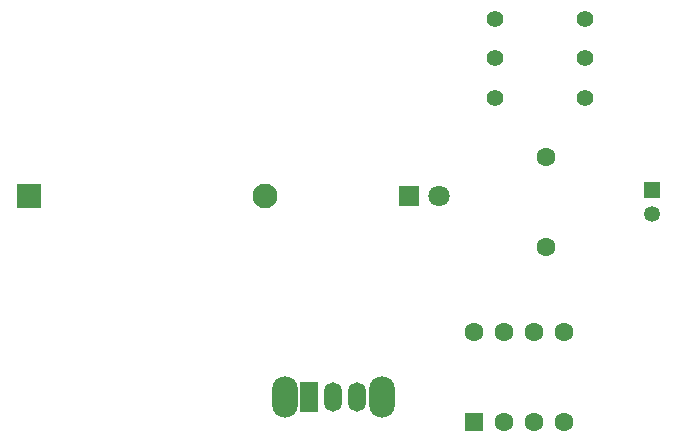
<source format=gbr>
%TF.GenerationSoftware,KiCad,Pcbnew,9.0.4*%
%TF.CreationDate,2025-08-28T14:42:39+05:30*%
%TF.ProjectId,new_1,6e65775f-312e-46b6-9963-61645f706362,rev?*%
%TF.SameCoordinates,Original*%
%TF.FileFunction,Soldermask,Top*%
%TF.FilePolarity,Negative*%
%FSLAX46Y46*%
G04 Gerber Fmt 4.6, Leading zero omitted, Abs format (unit mm)*
G04 Created by KiCad (PCBNEW 9.0.4) date 2025-08-28 14:42:39*
%MOMM*%
%LPD*%
G01*
G04 APERTURE LIST*
G04 Aperture macros list*
%AMRoundRect*
0 Rectangle with rounded corners*
0 $1 Rounding radius*
0 $2 $3 $4 $5 $6 $7 $8 $9 X,Y pos of 4 corners*
0 Add a 4 corners polygon primitive as box body*
4,1,4,$2,$3,$4,$5,$6,$7,$8,$9,$2,$3,0*
0 Add four circle primitives for the rounded corners*
1,1,$1+$1,$2,$3*
1,1,$1+$1,$4,$5*
1,1,$1+$1,$6,$7*
1,1,$1+$1,$8,$9*
0 Add four rect primitives between the rounded corners*
20,1,$1+$1,$2,$3,$4,$5,0*
20,1,$1+$1,$4,$5,$6,$7,0*
20,1,$1+$1,$6,$7,$8,$9,0*
20,1,$1+$1,$8,$9,$2,$3,0*%
G04 Aperture macros list end*
%ADD10C,1.400000*%
%ADD11O,1.500000X2.500000*%
%ADD12R,1.500000X2.500000*%
%ADD13O,2.200000X3.500000*%
%ADD14C,1.600000*%
%ADD15R,2.100000X2.100000*%
%ADD16C,2.100000*%
%ADD17RoundRect,0.250000X0.550000X-0.550000X0.550000X0.550000X-0.550000X0.550000X-0.550000X-0.550000X0*%
%ADD18R,1.800000X1.800000*%
%ADD19C,1.800000*%
%ADD20R,1.350000X1.350000*%
%ADD21C,1.350000*%
G04 APERTURE END LIST*
D10*
%TO.C,R1*%
X180310000Y-72500000D03*
X172690000Y-72500000D03*
%TD*%
D11*
%TO.C,SW2*%
X161000000Y-104500000D03*
X159000000Y-104500000D03*
D12*
X157000000Y-104500000D03*
D13*
X163100000Y-104500000D03*
X154900000Y-104500000D03*
%TD*%
D14*
%TO.C,R4*%
X177000000Y-91800000D03*
X177000000Y-84200000D03*
%TD*%
D15*
%TO.C,BT2*%
X133210914Y-87500000D03*
D16*
X153210914Y-87500000D03*
%TD*%
D10*
%TO.C,R3*%
X172690000Y-79150000D03*
X180310000Y-79150000D03*
%TD*%
D17*
%TO.C,U1*%
X170920000Y-106620000D03*
D14*
X173460000Y-106620000D03*
X176000000Y-106620000D03*
X178540000Y-106620000D03*
X178540000Y-99000000D03*
X176000000Y-99000000D03*
X173460000Y-99000000D03*
X170920000Y-99000000D03*
%TD*%
D10*
%TO.C,R2*%
X172690000Y-75825000D03*
X180310000Y-75825000D03*
%TD*%
D18*
%TO.C,D2*%
X165460000Y-87500000D03*
D19*
X168000000Y-87500000D03*
%TD*%
D20*
%TO.C,MK1*%
X186000000Y-87000000D03*
D21*
X186000000Y-89000000D03*
%TD*%
M02*

</source>
